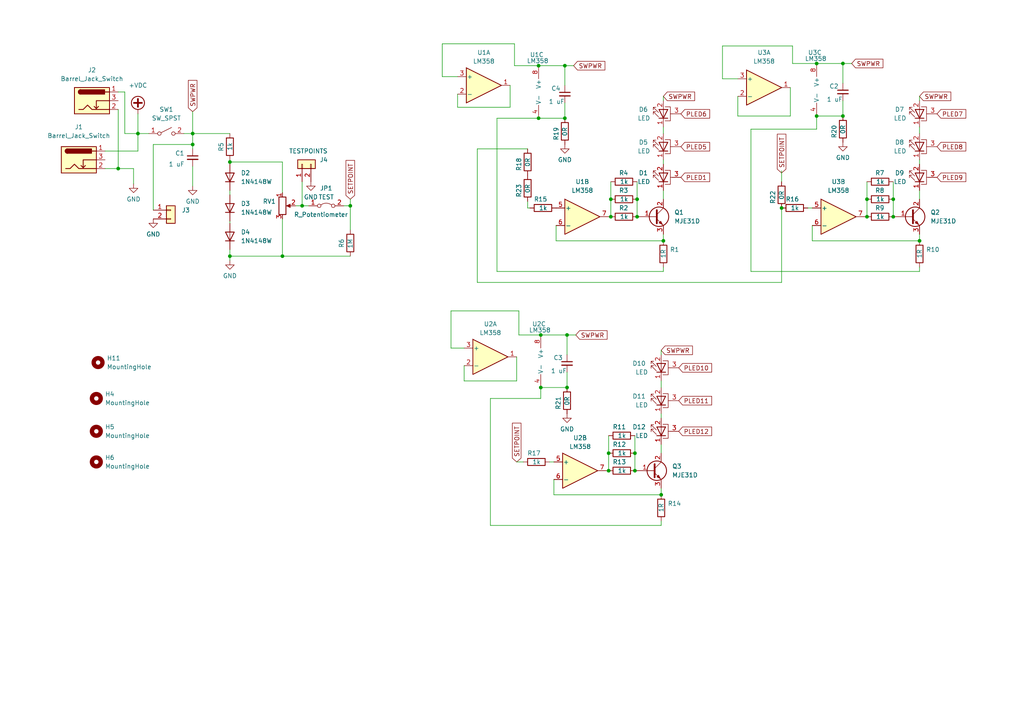
<source format=kicad_sch>
(kicad_sch (version 20230121) (generator eeschema)
  (paper "A4")
  (lib_symbols
    (symbol "Amplifier_Operational:LM358" (pin_names (offset 0.127))
      (property "Reference" "U" (at 0 5.08 0))
      (property "Value" "LM358" (at 0 -5.08 0))
      (symbol "LM358_1_1"
        (polyline (pts (xy -5.08 5.08) (xy 5.08 0) (xy -5.08 -5.08) (xy -5.08 5.08)) (stroke (width 0.254)) (fill (type background)))
        (pin output line (at 7.62 0 180) (length 2.54) (name "~") (number "1"))
        (pin input line (at -7.62 -2.54 0) (length 2.54) (name "-") (number "2"))
        (pin input line (at -7.62 2.54 0) (length 2.54) (name "+") (number "3"))
      )
      (symbol "LM358_2_1"
        (polyline (pts (xy -5.08 5.08) (xy 5.08 0) (xy -5.08 -5.08) (xy -5.08 5.08)) (stroke (width 0.254)) (fill (type background)))
        (pin input line (at -7.62 2.54 0) (length 2.54) (name "+") (number "5"))
        (pin input line (at -7.62 -2.54 0) (length 2.54) (name "-") (number "6"))
        (pin output line (at 7.62 0 180) (length 2.54) (name "~") (number "7"))
      )
      (symbol "LM358_3_1"
        (pin power_in line (at -2.54 -7.62 90) (length 3.81) (name "V-") (number "4"))
        (pin power_in line (at -2.54 7.62 270) (length 3.81) (name "V+") (number "8"))
      )
    )
    (symbol "Connector:Barrel_Jack_Switch" (pin_names hide)
      (property "Reference" "J" (at 0 5.334 0))
      (property "Value" "Barrel_Jack_Switch" (at 0 -5.08 0))
      (symbol "Barrel_Jack_Switch_0_1"
        (rectangle (start -5.08 3.81) (end 5.08 -3.81) (stroke (width 0.254)) (fill (type background)))
        (arc (start -3.302 3.175) (mid -3.9342 2.54) (end -3.302 1.905) (stroke (width 0.254)))
        (arc (start -3.302 3.175) (mid -3.9342 2.54) (end -3.302 1.905) (stroke (width 0.254)) (fill (type outline)))
        (polyline (pts (xy 1.27 -2.286) (xy 1.905 -1.651)) (stroke (width 0.254)))
        (polyline (pts (xy 5.08 2.54) (xy 3.81 2.54)) (stroke (width 0.254)))
        (polyline (pts (xy 5.08 0) (xy 1.27 0) (xy 1.27 -2.286) (xy 0.635 -1.651)) (stroke (width 0.254)))
        (polyline (pts (xy -3.81 -2.54) (xy -2.54 -2.54) (xy -1.27 -1.27) (xy 0 -2.54) (xy 2.54 -2.54) (xy 5.08 -2.54)) (stroke (width 0.254)))
        (rectangle (start 3.683 3.175) (end -3.302 1.905) (stroke (width 0.254)) (fill (type outline)))
      )
      (symbol "Barrel_Jack_Switch_1_1"
        (pin passive line (at 7.62 2.54 180) (length 2.54) (name "~") (number "1"))
        (pin passive line (at 7.62 -2.54 180) (length 2.54) (name "~") (number "2"))
        (pin passive line (at 7.62 0 180) (length 2.54) (name "~") (number "3"))
      )
    )
    (symbol "Connector_Generic:Conn_01x02" (pin_names (offset 1.016) hide)
      (property "Reference" "J" (at 0 2.54 0))
      (property "Value" "Conn_01x02" (at 0 -5.08 0))
      (symbol "Conn_01x02_1_1"
        (rectangle (start -1.27 -2.413) (end 0 -2.667) (stroke (width 0.1524)))
        (rectangle (start -1.27 0.127) (end 0 -0.127) (stroke (width 0.1524)))
        (rectangle (start -1.27 1.27) (end 1.27 -3.81) (stroke (width 0.254)) (fill (type background)))
        (pin passive line (at -5.08 0 0) (length 3.81) (name "Pin_1") (number "1"))
        (pin passive line (at -5.08 -2.54 0) (length 3.81) (name "Pin_2") (number "2"))
      )
    )
    (symbol "Device:C_Small" (pin_numbers hide) (pin_names (offset 0.254) hide)
      (property "Reference" "C" (at 0.254 1.778 0))
      (property "Value" "C_Small" (at 0.254 -2.032 0))
      (symbol "C_Small_0_1"
        (polyline (pts (xy -1.524 -0.508) (xy 1.524 -0.508)) (stroke (width 0.3302)))
        (polyline (pts (xy -1.524 0.508) (xy 1.524 0.508)) (stroke (width 0.3048)))
      )
      (symbol "C_Small_1_1"
        (pin passive line (at 0 2.54 270) (length 2.032) (name "~") (number "1"))
        (pin passive line (at 0 -2.54 90) (length 2.032) (name "~") (number "2"))
      )
    )
    (symbol "Device:LED_Pad" (pin_names (offset 1.016) hide)
      (property "Reference" "D" (at 0 5.715 0))
      (property "Value" "LED_Pad" (at 0 3.81 0))
      (symbol "LED_Pad_0_1"
        (polyline (pts (xy -1.27 -1.27) (xy -1.27 1.27)) (stroke (width 0.254)))
        (polyline (pts (xy -1.27 0) (xy 1.27 0)))
        (polyline (pts (xy 0 -2.54) (xy 0 -2.032)))
        (polyline (pts (xy -2.032 -0.508) (xy -2.032 -2.032) (xy 2.032 -2.032) (xy 2.032 -0.508)))
        (polyline (pts (xy 1.27 -1.27) (xy 1.27 1.27) (xy -1.27 0) (xy 1.27 -1.27)) (stroke (width 0.254)))
        (polyline (pts (xy -0.889 1.397) (xy 0.635 2.921) (xy -0.127 2.921) (xy 0.635 2.921) (xy 0.635 2.159)))
        (polyline (pts (xy 0.381 1.397) (xy 1.905 2.921) (xy 1.143 2.921) (xy 1.905 2.921) (xy 1.905 2.159)))
      )
      (symbol "LED_Pad_1_1"
        (pin passive line (at -3.81 0 0) (length 2.54) (name "K") (number "1"))
        (pin passive line (at 3.81 0 180) (length 2.54) (name "A") (number "2"))
        (pin passive line (at 0 -5.08 90) (length 2.54) (name "PAD") (number "3"))
      )
    )
    (symbol "Device:Q_NPN_BCE" (pin_names (offset 0) hide)
      (property "Reference" "Q" (at 5.08 1.27 0))
      (property "Value" "Q_NPN_BCE" (at 5.08 -1.27 0))
      (symbol "Q_NPN_BCE_0_1"
        (polyline (pts (xy 0.635 0.635) (xy 2.54 2.54)))
        (polyline (pts (xy 0.635 -0.635) (xy 2.54 -2.54) (xy 2.54 -2.54)))
        (polyline (pts (xy 0.635 1.905) (xy 0.635 -1.905) (xy 0.635 -1.905)) (stroke (width 0.508)))
        (polyline (pts (xy 1.27 -1.778) (xy 1.778 -1.27) (xy 2.286 -2.286) (xy 1.27 -1.778) (xy 1.27 -1.778)) (fill (type outline)))
        (circle (center 1.27 0) (radius 2.8194) (stroke (width 0.254)))
      )
      (symbol "Q_NPN_BCE_1_1"
        (pin input line (at -5.08 0 0) (length 5.715) (name "B") (number "1"))
        (pin passive line (at 2.54 5.08 270) (length 2.54) (name "C") (number "2"))
        (pin passive line (at 2.54 -5.08 90) (length 2.54) (name "E") (number "3"))
      )
    )
    (symbol "Device:R" (pin_numbers hide) (pin_names (offset 0))
      (property "Reference" "R" (at 2.032 0 90))
      (property "Value" "R" (at 0 0 90))
      (symbol "R_0_1"
        (rectangle (start -1.016 -2.54) (end 1.016 2.54) (stroke (width 0.254)))
      )
      (symbol "R_1_1"
        (pin passive line (at 0 3.81 270) (length 1.27) (name "~") (number "1"))
        (pin passive line (at 0 -3.81 90) (length 1.27) (name "~") (number "2"))
      )
    )
    (symbol "Device:R_Potentiometer" (pin_names (offset 1.016) hide)
      (property "Reference" "RV" (at -4.445 0 90))
      (property "Value" "R_Potentiometer" (at -2.54 0 90))
      (symbol "R_Potentiometer_0_1"
        (polyline (pts (xy 2.54 0) (xy 1.524 0)))
        (polyline (pts (xy 1.143 0) (xy 2.286 0.508) (xy 2.286 -0.508) (xy 1.143 0)) (fill (type outline)))
        (rectangle (start 1.016 2.54) (end -1.016 -2.54) (stroke (width 0.254)))
      )
      (symbol "R_Potentiometer_1_1"
        (pin passive line (at 0 3.81 270) (length 1.27) (name "1") (number "1"))
        (pin passive line (at 3.81 0 180) (length 1.27) (name "2") (number "2"))
        (pin passive line (at 0 -3.81 90) (length 1.27) (name "3") (number "3"))
      )
    )
    (symbol "Diode:1N4148W" (pin_numbers hide) (pin_names hide)
      (property "Reference" "D" (at 0 2.54 0))
      (property "Value" "1N4148W" (at 0 -2.54 0))
      (symbol "1N4148W_0_1"
        (polyline (pts (xy -1.27 1.27) (xy -1.27 -1.27)) (stroke (width 0.254)))
        (polyline (pts (xy 1.27 0) (xy -1.27 0)))
        (polyline (pts (xy 1.27 1.27) (xy 1.27 -1.27) (xy -1.27 0) (xy 1.27 1.27)) (stroke (width 0.254)))
      )
      (symbol "1N4148W_1_1"
        (pin passive line (at -3.81 0 0) (length 2.54) (name "K") (number "1"))
        (pin passive line (at 3.81 0 180) (length 2.54) (name "A") (number "2"))
      )
    )
    (symbol "Jumper:Jumper_2_Bridged" (pin_names (offset 0) hide)
      (property "Reference" "JP" (at 0 1.905 0))
      (property "Value" "Jumper_2_Bridged" (at 0 -2.54 0))
      (symbol "Jumper_2_Bridged_0_0"
        (circle (center -2.032 0) (radius 0.508))
        (circle (center 2.032 0) (radius 0.508))
      )
      (symbol "Jumper_2_Bridged_0_1"
        (arc (start 1.524 0.254) (mid 0 0.762) (end -1.524 0.254))
      )
      (symbol "Jumper_2_Bridged_1_1"
        (pin passive line (at -5.08 0 0) (length 2.54) (name "A") (number "1"))
        (pin passive line (at 5.08 0 180) (length 2.54) (name "B") (number "2"))
      )
    )
    (symbol "Mechanical:MountingHole" (pin_names (offset 1.016))
      (property "Reference" "H" (at 0 5.08 0))
      (property "Value" "MountingHole" (at 0 3.175 0))
      (symbol "MountingHole_0_1"
        (circle (center 0 0) (radius 1.27) (stroke (width 1.27)))
      )
    )
    (symbol "Switch:SW_SPST" (pin_names (offset 0) hide)
      (property "Reference" "SW" (at 0 3.175 0))
      (property "Value" "SW_SPST" (at 0 -2.54 0))
      (symbol "SW_SPST_0_0"
        (circle (center -2.032 0) (radius 0.508))
        (polyline (pts (xy -1.524 0.254) (xy 1.524 1.778)))
        (circle (center 2.032 0) (radius 0.508))
      )
      (symbol "SW_SPST_1_1"
        (pin passive line (at -5.08 0 0) (length 2.54) (name "A") (number "1"))
        (pin passive line (at 5.08 0 180) (length 2.54) (name "B") (number "2"))
      )
    )
    (symbol "power:+VDC" (power) (pin_names (offset 0))
      (property "Value" "+VDC" (at 0 6.35 0))
      (symbol "+VDC_0_1"
        (polyline (pts (xy -1.143 3.175) (xy 1.143 3.175)) (stroke (width 0.508)))
        (polyline (pts (xy 0 0) (xy 0 1.27)))
        (polyline (pts (xy 0 2.032) (xy 0 4.318)) (stroke (width 0.508)))
        (circle (center 0 3.175) (radius 1.905) (stroke (width 0.254)))
      )
      (symbol "+VDC_1_1"
        (pin power_in line (at 0 0 90) (length 0) hide (name "+VDC") (number "1"))
      )
    )
    (symbol "power:GND" (power) (pin_names (offset 0))
      (property "Value" "GND" (at 0 -3.81 0))
      (symbol "GND_0_1"
        (polyline (pts (xy 0 0) (xy 0 -1.27) (xy 1.27 -1.27) (xy 0 -2.54) (xy -1.27 -1.27) (xy 0 -1.27)))
      )
      (symbol "GND_1_1"
        (pin power_in line (at 0 0 270) (length 0) hide (name "GND") (number "1"))
      )
    )
  )
  (junction (at 66.675 46.99))
  (junction (at 55.88 41.91))
  (junction (at 81.915 74.295))
  (junction (at 66.675 74.295))
  (junction (at 184.785 57.785))
  (junction (at 184.15 131.445))
  (junction (at 40.005 38.735))
  (junction (at 34.29 48.895))
  (junction (at 156.845 97.155))
  (junction (at 184.785 62.865))
  (junction (at 226.695 60.325))
  (junction (at 244.475 18.415))
  (junction (at 156.21 19.05))
  (junction (at 236.855 18.415))
  (junction (at 177.165 62.865))
  (junction (at 251.46 57.785))
  (junction (at 192.405 69.85))
  (junction (at 176.53 136.525))
  (junction (at 156.845 112.395))
  (junction (at 184.15 136.525))
  (junction (at 236.855 33.655))
  (junction (at 163.83 34.29))
  (junction (at 191.77 143.51))
  (junction (at 244.475 33.655))
  (junction (at 266.7 69.85))
  (junction (at 251.46 62.865))
  (junction (at 259.08 57.785))
  (junction (at 164.465 97.155))
  (junction (at 101.6 59.69))
  (junction (at 177.165 57.785))
  (junction (at 156.21 34.29))
  (junction (at 55.88 38.735))
  (junction (at 163.83 19.05))
  (junction (at 164.465 112.395))
  (junction (at 259.08 62.865))
  (junction (at 87.63 59.69))
  (junction (at 176.53 131.445))
  (wire (pts (xy 167.005 97.155) (xy 164.465 97.155)))
  (wire (pts (xy 184.785 57.785) (xy 184.785 62.865)))
  (wire (pts (xy 266.7 36.83) (xy 266.7 38.735)))
  (wire (pts (xy 191.77 110.49) (xy 191.77 112.395)))
  (wire (pts (xy 138.43 43.18) (xy 153.035 43.18)))
  (wire (pts (xy 244.475 18.415) (xy 244.475 24.13)))
  (wire (pts (xy 192.405 69.85) (xy 192.405 67.945)))
  (wire (pts (xy 191.77 143.51) (xy 191.77 141.605)))
  (wire (pts (xy 101.6 59.69) (xy 99.695 59.69)))
  (wire (pts (xy 191.77 101.6) (xy 191.77 102.87)))
  (wire (pts (xy 266.7 27.94) (xy 266.7 29.21)))
  (wire (pts (xy 142.24 115.57) (xy 156.845 115.57)))
  (wire (pts (xy 163.83 29.845) (xy 163.83 34.29)))
  (wire (pts (xy 149.225 19.05) (xy 156.21 19.05)))
  (wire (pts (xy 164.465 107.95) (xy 164.465 112.395)))
  (wire (pts (xy 66.675 46.355) (xy 66.675 46.99)))
  (wire (pts (xy 191.77 151.13) (xy 191.77 152.4)))
  (wire (pts (xy 153.035 58.42) (xy 153.035 60.325)))
  (wire (pts (xy 159.385 133.985) (xy 160.655 133.985)))
  (wire (pts (xy 160.655 143.51) (xy 191.77 143.51)))
  (wire (pts (xy 266.7 77.47) (xy 266.7 78.74)))
  (wire (pts (xy 81.915 74.295) (xy 66.675 74.295)))
  (wire (pts (xy 132.715 31.115) (xy 132.715 27.305)))
  (wire (pts (xy 101.6 57.785) (xy 101.6 59.69)))
  (wire (pts (xy 87.63 52.705) (xy 87.63 59.69)))
  (wire (pts (xy 250.825 62.865) (xy 251.46 62.865)))
  (wire (pts (xy 175.895 136.525) (xy 176.53 136.525)))
  (wire (pts (xy 149.225 12.7) (xy 149.225 19.05)))
  (wire (pts (xy 266.7 46.355) (xy 266.7 47.625)))
  (wire (pts (xy 177.165 57.785) (xy 177.165 62.865)))
  (wire (pts (xy 191.77 120.015) (xy 191.77 121.285)))
  (wire (pts (xy 40.005 38.735) (xy 43.18 38.735)))
  (wire (pts (xy 163.83 19.05) (xy 163.83 24.765)))
  (wire (pts (xy 130.81 100.965) (xy 130.81 90.17)))
  (wire (pts (xy 66.675 46.99) (xy 66.675 47.625)))
  (wire (pts (xy 161.29 65.405) (xy 161.29 69.85)))
  (wire (pts (xy 147.955 31.115) (xy 132.715 31.115)))
  (wire (pts (xy 147.955 24.765) (xy 147.955 31.115)))
  (wire (pts (xy 36.195 38.735) (xy 40.005 38.735)))
  (wire (pts (xy 259.08 52.705) (xy 259.08 57.785)))
  (wire (pts (xy 266.7 55.245) (xy 266.7 57.785)))
  (wire (pts (xy 236.855 33.655) (xy 244.475 33.655)))
  (wire (pts (xy 150.495 90.17) (xy 150.495 97.155)))
  (wire (pts (xy 30.48 48.895) (xy 34.29 48.895)))
  (wire (pts (xy 55.88 38.735) (xy 55.88 41.91)))
  (wire (pts (xy 161.29 69.85) (xy 192.405 69.85)))
  (wire (pts (xy 128.27 22.225) (xy 128.27 12.7)))
  (wire (pts (xy 66.675 46.99) (xy 81.915 46.99)))
  (wire (pts (xy 130.81 100.965) (xy 134.62 100.965)))
  (wire (pts (xy 55.88 38.735) (xy 66.675 38.735)))
  (wire (pts (xy 34.29 31.75) (xy 34.29 48.895)))
  (wire (pts (xy 134.62 110.49) (xy 149.86 110.49)))
  (wire (pts (xy 55.88 32.385) (xy 55.88 38.735)))
  (wire (pts (xy 66.675 72.39) (xy 66.675 74.295)))
  (wire (pts (xy 156.845 112.395) (xy 164.465 112.395)))
  (wire (pts (xy 176.53 126.365) (xy 176.53 131.445)))
  (wire (pts (xy 235.585 65.405) (xy 235.585 69.85)))
  (wire (pts (xy 150.495 97.155) (xy 156.845 97.155)))
  (wire (pts (xy 101.6 66.675) (xy 101.6 59.69)))
  (wire (pts (xy 101.6 74.295) (xy 81.915 74.295)))
  (wire (pts (xy 176.53 131.445) (xy 176.53 136.525)))
  (wire (pts (xy 144.145 78.74) (xy 192.405 78.74)))
  (wire (pts (xy 226.695 49.53) (xy 226.695 52.705)))
  (wire (pts (xy 236.855 18.415) (xy 244.475 18.415)))
  (wire (pts (xy 87.63 59.69) (xy 85.725 59.69)))
  (wire (pts (xy 191.77 128.905) (xy 191.77 131.445)))
  (wire (pts (xy 34.29 26.67) (xy 36.195 26.67)))
  (wire (pts (xy 184.15 131.445) (xy 184.15 136.525)))
  (wire (pts (xy 53.34 38.735) (xy 55.88 38.735)))
  (wire (pts (xy 251.46 52.705) (xy 251.46 57.785)))
  (wire (pts (xy 164.465 97.155) (xy 164.465 102.87)))
  (wire (pts (xy 266.7 69.85) (xy 266.7 67.945)))
  (wire (pts (xy 66.675 74.295) (xy 66.675 75.565)))
  (wire (pts (xy 166.37 19.05) (xy 163.83 19.05)))
  (wire (pts (xy 36.195 26.67) (xy 36.195 38.735)))
  (wire (pts (xy 44.45 60.96) (xy 44.45 41.91)))
  (wire (pts (xy 40.005 43.815) (xy 30.48 43.815)))
  (wire (pts (xy 209.55 22.86) (xy 213.995 22.86)))
  (wire (pts (xy 229.87 18.415) (xy 236.855 18.415)))
  (wire (pts (xy 209.55 13.335) (xy 229.87 13.335)))
  (wire (pts (xy 259.08 57.785) (xy 259.08 62.865)))
  (wire (pts (xy 217.805 37.465) (xy 236.855 37.465)))
  (wire (pts (xy 192.405 77.47) (xy 192.405 78.74)))
  (wire (pts (xy 192.405 27.94) (xy 192.405 29.21)))
  (wire (pts (xy 81.915 46.99) (xy 81.915 55.88)))
  (wire (pts (xy 229.235 25.4) (xy 229.235 33.655)))
  (wire (pts (xy 156.21 34.29) (xy 163.83 34.29)))
  (wire (pts (xy 177.165 52.705) (xy 177.165 57.785)))
  (wire (pts (xy 55.88 48.26) (xy 55.88 53.975)))
  (wire (pts (xy 144.145 78.74) (xy 144.145 34.29)))
  (wire (pts (xy 34.29 48.895) (xy 38.735 48.895)))
  (wire (pts (xy 87.63 59.69) (xy 89.535 59.69)))
  (wire (pts (xy 234.315 60.325) (xy 235.585 60.325)))
  (wire (pts (xy 236.855 37.465) (xy 236.855 33.655)))
  (wire (pts (xy 247.015 18.415) (xy 244.475 18.415)))
  (wire (pts (xy 251.46 57.785) (xy 251.46 62.865)))
  (wire (pts (xy 226.695 81.915) (xy 138.43 81.915)))
  (wire (pts (xy 149.86 103.505) (xy 149.86 110.49)))
  (wire (pts (xy 266.7 78.74) (xy 217.805 78.74)))
  (wire (pts (xy 192.405 36.83) (xy 192.405 38.735)))
  (wire (pts (xy 156.845 112.395) (xy 156.845 115.57)))
  (wire (pts (xy 44.45 41.91) (xy 55.88 41.91)))
  (wire (pts (xy 81.915 63.5) (xy 81.915 74.295)))
  (wire (pts (xy 191.77 152.4) (xy 142.24 152.4)))
  (wire (pts (xy 235.585 69.85) (xy 266.7 69.85)))
  (wire (pts (xy 40.005 38.735) (xy 40.005 43.815)))
  (wire (pts (xy 40.005 33.02) (xy 40.005 38.735)))
  (wire (pts (xy 156.21 34.29) (xy 144.145 34.29)))
  (wire (pts (xy 192.405 46.355) (xy 192.405 47.625)))
  (wire (pts (xy 226.695 60.325) (xy 226.695 81.915)))
  (wire (pts (xy 66.675 64.135) (xy 66.675 64.77)))
  (wire (pts (xy 184.785 52.705) (xy 184.785 57.785)))
  (wire (pts (xy 134.62 106.045) (xy 134.62 110.49)))
  (wire (pts (xy 176.53 62.865) (xy 177.165 62.865)))
  (wire (pts (xy 184.15 126.365) (xy 184.15 131.445)))
  (wire (pts (xy 156.21 19.05) (xy 163.83 19.05)))
  (wire (pts (xy 160.655 139.065) (xy 160.655 143.51)))
  (wire (pts (xy 192.405 55.245) (xy 192.405 57.785)))
  (wire (pts (xy 128.27 12.7) (xy 149.225 12.7)))
  (wire (pts (xy 66.675 55.245) (xy 66.675 56.515)))
  (wire (pts (xy 142.24 115.57) (xy 142.24 152.4)))
  (wire (pts (xy 55.88 41.91) (xy 55.88 43.18)))
  (wire (pts (xy 38.735 53.34) (xy 38.735 48.895)))
  (wire (pts (xy 213.995 33.655) (xy 229.235 33.655)))
  (wire (pts (xy 138.43 43.18) (xy 138.43 81.915)))
  (wire (pts (xy 153.035 60.325) (xy 153.67 60.325)))
  (wire (pts (xy 229.87 13.335) (xy 229.87 18.415)))
  (wire (pts (xy 130.81 90.17) (xy 150.495 90.17)))
  (wire (pts (xy 217.805 78.74) (xy 217.805 37.465)))
  (wire (pts (xy 156.845 97.155) (xy 164.465 97.155)))
  (wire (pts (xy 128.27 22.225) (xy 132.715 22.225)))
  (wire (pts (xy 213.995 27.94) (xy 213.995 33.655)))
  (wire (pts (xy 244.475 29.21) (xy 244.475 33.655)))
  (wire (pts (xy 149.86 133.985) (xy 151.765 133.985)))
  (wire (pts (xy 209.55 22.86) (xy 209.55 13.335)))
  (global_label "PLED5" (shape input) (at 197.485 42.545 0) (property "Intersheetrefs" "${INTERSHEET_REFS}" (effects hide)))
  (global_label "PLED8" (shape input) (at 271.78 42.545 0) (property "Intersheetrefs" "${INTERSHEET_REFS}" (effects hide)))
  (global_label "PLED9" (shape input) (at 271.78 51.435 0) (property "Intersheetrefs" "${INTERSHEET_REFS}" (effects hide)))
  (global_label "PLED12" (shape input) (at 196.85 125.095 0) (property "Intersheetrefs" "${INTERSHEET_REFS}" (effects hide)))
  (global_label "SWPWR" (shape input) (at 55.88 32.385 90) (property "Intersheetrefs" "${INTERSHEET_REFS}" (effects hide)))
  (global_label "PLED7" (shape input) (at 271.78 33.02 0) (property "Intersheetrefs" "${INTERSHEET_REFS}" (effects hide)))
  (global_label "PLED1" (shape input) (at 197.485 51.435 0) (property "Intersheetrefs" "${INTERSHEET_REFS}" (effects hide)))
  (global_label "SETPOINT" (shape input) (at 149.86 133.985 90) (property "Intersheetrefs" "${INTERSHEET_REFS}" (effects hide)))
  (global_label "PLED11" (shape input) (at 196.85 116.205 0) (property "Intersheetrefs" "${INTERSHEET_REFS}" (effects hide)))
  (global_label "SETPOINT" (shape input) (at 226.695 50.165 90) (property "Intersheetrefs" "${INTERSHEET_REFS}" (effects hide)))
  (global_label "SWPWR" (shape input) (at 166.37 19.05 0) (property "Intersheetrefs" "${INTERSHEET_REFS}" (effects hide)))
  (global_label "PLED10" (shape input) (at 196.85 106.68 0) (property "Intersheetrefs" "${INTERSHEET_REFS}" (effects hide)))
  (global_label "SETPOINT" (shape input) (at 101.6 57.785 90) (property "Intersheetrefs" "${INTERSHEET_REFS}" (effects hide)))
  (global_label "SWPWR" (shape input) (at 167.005 97.155 0) (property "Intersheetrefs" "${INTERSHEET_REFS}" (effects hide)))
  (global_label "SWPWR" (shape input) (at 266.7 27.94 0) (property "Intersheetrefs" "${INTERSHEET_REFS}" (effects hide)))
  (global_label "SWPWR" (shape input) (at 191.77 101.6 0) (property "Intersheetrefs" "${INTERSHEET_REFS}" (effects hide)))
  (global_label "SWPWR" (shape input) (at 192.405 27.94 0) (property "Intersheetrefs" "${INTERSHEET_REFS}" (effects hide)))
  (global_label "PLED6" (shape input) (at 197.485 33.02 0) (property "Intersheetrefs" "${INTERSHEET_REFS}" (effects hide)))
  (global_label "SWPWR" (shape input) (at 247.015 18.415 0) (property "Intersheetrefs" "${INTERSHEET_REFS}" (effects hide)))
  (symbol (lib_id "Device:R") (at 244.475 37.465 180) (unit 1)
    (property "Reference" "R20" (at 241.935 36.195 90) (effects (justify left)))
    (property "Value" "0R" (at 244.475 36.195 90) (effects (justify left)))
    (property "Footprint" "Resistor_SMD:R_1206_3216Metric_Pad1.30x1.75mm_HandSolder" (effects hide))
    (property "LCSC" "C17888" (effects hide))
  )
  (symbol (lib_id "power:GND") (at 244.475 41.275 0) (unit 1)
    (property "Reference" "#PWR015" (effects hide))
    (property "Value" "GND" (at 244.475 45.72 0))
  )
  (symbol (lib_id "Device:R") (at 180.34 136.525 90) (unit 1)
    (property "Reference" "R13" (at 181.61 133.985 90) (effects (justify left)))
    (property "Value" "1k" (at 181.61 136.525 90) (effects (justify left)))
    (property "Footprint" "Resistor_SMD:R_1206_3216Metric_Pad1.30x1.75mm_HandSolder" (effects hide))
    (property "LCSC" "C4410" (effects hide))
  )
  (symbol (lib_id "Connector:Barrel_Jack_Switch") (at 22.86 46.355 0) (unit 1)
    (property "Reference" "J1" (at 22.86 36.83 0))
    (property "Value" "Barrel_Jack_Switch" (at 22.86 39.37 0))
    (property "Footprint" "Connector_BarrelJack:BarrelJack_Horizontal" (effects hide))
  )
  (symbol (lib_id "Device:R") (at 255.27 57.785 90) (unit 1)
    (property "Reference" "R8" (at 256.54 55.245 90) (effects (justify left)))
    (property "Value" "1k" (at 256.54 57.785 90) (effects (justify left)))
    (property "Footprint" "Resistor_SMD:R_1206_3216Metric_Pad1.30x1.75mm_HandSolder" (effects hide))
    (property "LCSC" "C4410" (effects hide))
  )
  (symbol (lib_id "Device:R") (at 180.34 131.445 90) (unit 1)
    (property "Reference" "R12" (at 181.61 128.905 90) (effects (justify left)))
    (property "Value" "1k" (at 181.61 131.445 90) (effects (justify left)))
    (property "Footprint" "Resistor_SMD:R_1206_3216Metric_Pad1.30x1.75mm_HandSolder" (effects hide))
    (property "LCSC" "C4410" (effects hide))
  )
  (symbol (lib_id "Switch:SW_SPST") (at 48.26 38.735 0) (unit 1)
    (property "Reference" "SW1" (at 48.26 31.75 0))
    (property "Value" "SW_SPST" (at 48.26 34.29 0))
    (property "Footprint" "TerminalBlock_Phoenix:TerminalBlock_Phoenix_MKDS-1,5-2-5.08_1x02_P5.08mm_Horizontal" (effects hide))
  )
  (symbol (lib_id "Device:C_Small") (at 164.465 105.41 0) (unit 1)
    (property "Reference" "C3" (at 160.528 103.759 0) (effects (justify left)))
    (property "Value" "1 uF" (at 159.766 107.569 0) (effects (justify left)))
    (property "Footprint" "Capacitor_SMD:C_0805_2012Metric_Pad1.18x1.45mm_HandSolder" (effects hide))
    (property "LCSC" "C28323" (effects hide))
  )
  (symbol (lib_id "Device:LED_Pad") (at 192.405 51.435 90) (unit 1)
    (property "Reference" "D1" (at 187.96 50.165 90) (effects (justify left)))
    (property "Value" "LED" (at 188.595 52.705 90) (effects (justify left)))
    (property "Footprint" "LED_SMD:LED_1W_3W_R8" (effects hide))
  )
  (symbol (lib_id "Device:LED_Pad") (at 191.77 116.205 90) (unit 1)
    (property "Reference" "D11" (at 187.325 114.935 90) (effects (justify left)))
    (property "Value" "LED" (at 187.96 117.475 90) (effects (justify left)))
    (property "Footprint" "LED_SMD:LED_1W_3W_R8" (effects hide))
  )
  (symbol (lib_id "Connector_Generic:Conn_01x02") (at 87.63 47.625 90) (unit 1)
    (property "Reference" "J4" (at 92.71 46.355 90) (effects (justify right)))
    (property "Value" "TESTPOINTS" (at 83.82 43.815 90) (effects (justify right)))
    (property "Footprint" "Connector_PinHeader_2.54mm:PinHeader_1x02_P2.54mm_Vertical" (effects hide))
  )
  (symbol (lib_id "Device:R") (at 180.975 57.785 90) (unit 1)
    (property "Reference" "R3" (at 182.245 55.245 90) (effects (justify left)))
    (property "Value" "1k" (at 182.245 57.785 90) (effects (justify left)))
    (property "Footprint" "Resistor_SMD:R_1206_3216Metric_Pad1.30x1.75mm_HandSolder" (effects hide))
    (property "LCSC" "C4410" (effects hide))
  )
  (symbol (lib_id "Device:LED_Pad") (at 266.7 51.435 90) (unit 1)
    (property "Reference" "D9" (at 262.255 50.165 90) (effects (justify left)))
    (property "Value" "LED" (at 262.89 52.705 90) (effects (justify left)))
    (property "Footprint" "LED_SMD:LED_1W_3W_R8" (effects hide))
  )
  (symbol (lib_id "Device:R") (at 155.575 133.985 90) (unit 1)
    (property "Reference" "R17" (at 156.845 131.445 90) (effects (justify left)))
    (property "Value" "1k" (at 156.845 133.985 90) (effects (justify left)))
    (property "Footprint" "Resistor_SMD:R_1206_3216Metric_Pad1.30x1.75mm_HandSolder" (effects hide))
    (property "LCSC" "C4410" (effects hide))
  )
  (symbol (lib_id "Connector:Barrel_Jack_Switch") (at 26.67 29.21 0) (unit 1)
    (property "Reference" "J2" (at 26.67 20.32 0))
    (property "Value" "Barrel_Jack_Switch" (at 26.67 22.86 0))
    (property "Footprint" "Connector_BarrelJack:BarrelJack_Horizontal" (effects hide))
  )
  (symbol (lib_id "Device:R") (at 191.77 147.32 0) (unit 1)
    (property "Reference" "R14" (at 193.675 146.05 0) (effects (justify left)))
    (property "Value" "1R" (at 191.77 148.59 90) (effects (justify left)))
    (property "Footprint" "Resistor_SMD:R_2512_6332Metric_Pad1.40x3.35mm_HandSolder" (effects hide))
    (property "LCSC" "C876259" (effects hide))
  )
  (symbol (lib_id "Device:C_Small") (at 244.475 26.67 0) (unit 1)
    (property "Reference" "C2" (at 240.538 25.019 0) (effects (justify left)))
    (property "Value" "1 uF" (at 239.776 28.829 0) (effects (justify left)))
    (property "Footprint" "Capacitor_SMD:C_0805_2012Metric_Pad1.18x1.45mm_HandSolder" (effects hide))
    (property "LCSC" "C28323" (effects hide))
  )
  (symbol (lib_id "Diode:1N4148W") (at 66.675 60.325 90) (unit 1)
    (property "Reference" "D3" (at 69.85 59.055 90) (effects (justify right)))
    (property "Value" "1N4148W" (at 69.85 61.595 90) (effects (justify right)))
    (property "Footprint" "Diode_SMD:D_SOD-123" (effects hide))
    (property "Datasheet" "https://www.vishay.com/docs/85748/1n4148w.pdf" (effects hide))
    (property "Sim.Device" "D" (effects hide))
    (property "Sim.Pins" "1=K 2=A" (effects hide))
    (property "LCSC" "C2099" (effects hide))
  )
  (symbol (lib_id "Device:LED_Pad") (at 266.7 42.545 90) (unit 1)
    (property "Reference" "D8" (at 262.255 41.275 90) (effects (justify left)))
    (property "Value" "LED" (at 262.89 43.815 90) (effects (justify left)))
    (property "Footprint" "LED_SMD:LED_1W_3W_R8" (effects hide))
  )
  (symbol (lib_id "Amplifier_Operational:LM358") (at 243.205 62.865 0) (unit 2)
    (property "Reference" "U3" (at 243.205 52.705 0))
    (property "Value" "LM358" (at 243.205 55.245 0))
    (property "Footprint" "Package_SO:SOIC-8_3.9x4.9mm_P1.27mm" (effects hide))
    (property "Datasheet" "http://www.ti.com/lit/ds/symlink/lm2904-n.pdf" (effects hide))
    (property "LCSC" "C7950" (effects hide))
  )
  (symbol (lib_id "power:GND") (at 55.88 53.975 0) (unit 1)
    (property "Reference" "#PWR0107" (effects hide))
    (property "Value" "GND" (at 55.88 58.42 0))
  )
  (symbol (lib_id "Device:R") (at 180.34 126.365 90) (unit 1)
    (property "Reference" "R11" (at 181.61 123.825 90) (effects (justify left)))
    (property "Value" "1k" (at 181.61 126.365 90) (effects (justify left)))
    (property "Footprint" "Resistor_SMD:R_1206_3216Metric_Pad1.30x1.75mm_HandSolder" (effects hide))
    (property "LCSC" "C4410" (effects hide))
  )
  (symbol (lib_id "Device:R") (at 164.465 116.205 180) (unit 1)
    (property "Reference" "R21" (at 161.925 114.935 90) (effects (justify left)))
    (property "Value" "0R" (at 164.465 114.935 90) (effects (justify left)))
    (property "Footprint" "Resistor_SMD:R_1206_3216Metric_Pad1.30x1.75mm_HandSolder" (effects hide))
    (property "LCSC" "C17888" (effects hide))
  )
  (symbol (lib_id "Amplifier_Operational:LM358") (at 140.335 24.765 0) (unit 1)
    (property "Reference" "U1" (at 140.335 15.24 0))
    (property "Value" "LM358" (at 140.335 17.78 0))
    (property "Footprint" "Package_SO:SOIC-8_3.9x4.9mm_P1.27mm" (effects hide))
    (property "Datasheet" "http://www.ti.com/lit/ds/symlink/lm2904-n.pdf" (effects hide))
    (property "LCSC" "C7950" (effects hide))
  )
  (symbol (lib_id "Device:Q_NPN_BCE") (at 189.23 136.525 0) (unit 1)
    (property "Reference" "Q3" (at 194.945 135.255 0) (effects (justify left)))
    (property "Value" "MJE31D" (at 194.945 137.795 0) (effects (justify left)))
    (property "Footprint" "Package_TO_SOT_SMD:TO-252-3_TabPin2" (effects hide))
    (property "LCSC" "C27596" (effects hide))
  )
  (symbol (lib_id "Amplifier_Operational:LM358") (at 168.91 62.865 0) (unit 2)
    (property "Reference" "U1" (at 168.91 52.705 0))
    (property "Value" "LM358" (at 168.91 55.245 0))
    (property "Footprint" "Package_SO:SOIC-8_3.9x4.9mm_P1.27mm" (effects hide))
    (property "Datasheet" "http://www.ti.com/lit/ds/symlink/lm2904-n.pdf" (effects hide))
    (property "LCSC" "C7950" (effects hide))
  )
  (symbol (lib_id "Device:LED_Pad") (at 266.7 33.02 90) (unit 1)
    (property "Reference" "D7" (at 262.255 31.75 90) (effects (justify left)))
    (property "Value" "LED" (at 262.89 34.29 90) (effects (justify left)))
    (property "Footprint" "LED_SMD:LED_1W_3W_R8" (effects hide))
  )
  (symbol (lib_id "Device:Q_NPN_BCE") (at 189.865 62.865 0) (unit 1)
    (property "Reference" "Q1" (at 195.58 61.595 0) (effects (justify left)))
    (property "Value" "MJE31D" (at 195.58 64.135 0) (effects (justify left)))
    (property "Footprint" "Package_TO_SOT_SMD:TO-252-3_TabPin2" (effects hide))
    (property "LCSC" "C27596" (effects hide))
  )
  (symbol (lib_id "power:GND") (at 38.735 53.34 0) (unit 1)
    (property "Reference" "#PWR0108" (effects hide))
    (property "Value" "GND" (at 38.735 57.785 0))
  )
  (symbol (lib_id "Device:R") (at 266.7 73.66 0) (unit 1)
    (property "Reference" "R10" (at 268.605 72.39 0) (effects (justify left)))
    (property "Value" "1R" (at 266.7 74.93 90) (effects (justify left)))
    (property "Footprint" "Resistor_SMD:R_2512_6332Metric_Pad1.40x3.35mm_HandSolder" (effects hide))
    (property "LCSC" "C876259" (effects hide))
  )
  (symbol (lib_id "Mechanical:MountingHole") (at 27.94 133.985 0) (unit 1)
    (property "Reference" "H6" (at 30.48 132.7149 0) (effects (justify left)))
    (property "Value" "MountingHole" (at 30.48 135.2549 0) (effects (justify left)))
    (property "Footprint" "MountingHole:MountingHole_4mm" (effects hide))
  )
  (symbol (lib_id "Amplifier_Operational:LM358") (at 142.24 103.505 0) (unit 1)
    (property "Reference" "U2" (at 142.24 93.98 0))
    (property "Value" "LM358" (at 142.24 96.52 0))
    (property "Footprint" "Package_SO:SOIC-8_3.9x4.9mm_P1.27mm" (effects hide))
    (property "Datasheet" "http://www.ti.com/lit/ds/symlink/lm2904-n.pdf" (effects hide))
    (property "LCSC" "C7950" (effects hide))
  )
  (symbol (lib_id "Amplifier_Operational:LM358") (at 159.385 104.775 0) (unit 3)
    (property "Reference" "U2" (at 156.337 93.98 0))
    (property "Value" "LM358" (at 156.591 95.758 0))
    (property "Footprint" "Package_SO:SOIC-8_3.9x4.9mm_P1.27mm" (effects hide))
    (property "Datasheet" "http://www.ti.com/lit/ds/symlink/lm2904-n.pdf" (effects hide))
    (property "LCSC" "C7950" (effects hide))
  )
  (symbol (lib_id "Jumper:Jumper_2_Bridged") (at 94.615 59.69 0) (unit 1)
    (property "Reference" "JP1" (at 94.615 54.61 0))
    (property "Value" "TEST" (at 94.615 57.15 0))
    (property "Footprint" "Connector_PinHeader_2.54mm:PinHeader_1x02_P2.54mm_Vertical" (effects hide))
  )
  (symbol (lib_id "Device:LED_Pad") (at 192.405 42.545 90) (unit 1)
    (property "Reference" "D5" (at 187.96 41.275 90) (effects (justify left)))
    (property "Value" "LED" (at 188.595 43.815 90) (effects (justify left)))
    (property "Footprint" "LED_SMD:LED_1W_3W_R8" (effects hide))
  )
  (symbol (lib_id "Device:Q_NPN_BCE") (at 264.16 62.865 0) (unit 1)
    (property "Reference" "Q2" (at 269.875 61.595 0) (effects (justify left)))
    (property "Value" "MJE31D" (at 269.875 64.135 0) (effects (justify left)))
    (property "Footprint" "Package_TO_SOT_SMD:TO-252-3_TabPin2" (effects hide))
    (property "LCSC" "C27596" (effects hide))
  )
  (symbol (lib_id "power:GND") (at 90.17 52.705 0) (unit 1)
    (property "Reference" "#PWR08" (effects hide))
    (property "Value" "GND" (at 90.17 57.15 0))
  )
  (symbol (lib_id "power:+VDC") (at 40.005 33.02 0) (unit 1)
    (property "Reference" "#PWR0106" (effects hide))
    (property "Value" "+VDC" (at 40.005 24.765 0))
  )
  (symbol (lib_id "Diode:1N4148W") (at 66.675 68.58 90) (unit 1)
    (property "Reference" "D4" (at 69.85 67.31 90) (effects (justify right)))
    (property "Value" "1N4148W" (at 69.85 69.85 90) (effects (justify right)))
    (property "Footprint" "Diode_SMD:D_SOD-123" (effects hide))
    (property "Datasheet" "https://www.vishay.com/docs/85748/1n4148w.pdf" (effects hide))
    (property "Sim.Device" "D" (effects hide))
    (property "Sim.Pins" "1=K 2=A" (effects hide))
    (property "LCSC" "C2099" (effects hide))
  )
  (symbol (lib_id "Device:R_Potentiometer") (at 81.915 59.69 0) (unit 1)
    (property "Reference" "RV1" (at 80.01 58.42 0) (effects (justify right)))
    (property "Value" "R_Potentiometer" (at 100.965 62.23 0) (effects (justify right)))
    (property "Footprint" "Potentiometer_THT:Potentiometer_Bourns_3296W_Vertical" (effects hide))
  )
  (symbol (lib_id "Amplifier_Operational:LM358") (at 168.275 136.525 0) (unit 2)
    (property "Reference" "U2" (at 168.275 127 0))
    (property "Value" "LM358" (at 168.275 129.54 0))
    (property "Footprint" "Package_SO:SOIC-8_3.9x4.9mm_P1.27mm" (effects hide))
    (property "Datasheet" "http://www.ti.com/lit/ds/symlink/lm2904-n.pdf" (effects hide))
    (property "LCSC" "C7950" (effects hide))
  )
  (symbol (lib_id "Device:R") (at 255.27 52.705 90) (unit 1)
    (property "Reference" "R7" (at 256.54 50.165 90) (effects (justify left)))
    (property "Value" "1k" (at 256.54 52.705 90) (effects (justify left)))
    (property "Footprint" "Resistor_SMD:R_1206_3216Metric_Pad1.30x1.75mm_HandSolder" (effects hide))
    (property "LCSC" "C4410" (effects hide))
  )
  (symbol (lib_id "power:GND") (at 164.465 120.015 0) (unit 1)
    (property "Reference" "#PWR03" (effects hide))
    (property "Value" "GND" (at 164.465 124.46 0))
  )
  (symbol (lib_id "power:GND") (at 66.675 75.565 0) (unit 1)
    (property "Reference" "#PWR06" (effects hide))
    (property "Value" "GND" (at 66.675 80.01 0))
  )
  (symbol (lib_id "Device:R") (at 66.675 42.545 180) (unit 1)
    (property "Reference" "R5" (at 64.135 41.275 90) (effects (justify left)))
    (property "Value" "1k" (at 66.675 41.275 90) (effects (justify left)))
    (property "Footprint" "Resistor_SMD:R_1206_3216Metric_Pad1.30x1.75mm_HandSolder" (effects hide))
    (property "LCSC" "C4410" (effects hide))
  )
  (symbol (lib_id "Device:R") (at 255.27 62.865 90) (unit 1)
    (property "Reference" "R9" (at 256.54 60.325 90) (effects (justify left)))
    (property "Value" "1k" (at 256.54 62.865 90) (effects (justify left)))
    (property "Footprint" "Resistor_SMD:R_1206_3216Metric_Pad1.30x1.75mm_HandSolder" (effects hide))
    (property "LCSC" "C4410" (effects hide))
  )
  (symbol (lib_id "Device:C_Small") (at 163.83 27.305 0) (unit 1)
    (property "Reference" "C4" (at 159.893 25.654 0) (effects (justify left)))
    (property "Value" "1 uF" (at 159.131 29.464 0) (effects (justify left)))
    (property "Footprint" "Capacitor_SMD:C_0805_2012Metric_Pad1.18x1.45mm_HandSolder" (effects hide))
    (property "LCSC" "C28323" (effects hide))
  )
  (symbol (lib_id "power:GND") (at 44.45 63.5 0) (unit 1)
    (property "Reference" "#PWR0109" (effects hide))
    (property "Value" "GND" (at 44.45 67.945 0))
  )
  (symbol (lib_id "Amplifier_Operational:LM358") (at 158.75 26.67 0) (unit 3)
    (property "Reference" "U1" (at 155.702 15.875 0))
    (property "Value" "LM358" (at 155.956 17.653 0))
    (property "Footprint" "Package_SO:SOIC-8_3.9x4.9mm_P1.27mm" (effects hide))
    (property "Datasheet" "http://www.ti.com/lit/ds/symlink/lm2904-n.pdf" (effects hide))
    (property "LCSC" "C7950" (effects hide))
  )
  (symbol (lib_id "Device:C_Small") (at 55.88 45.72 0) (unit 1)
    (property "Reference" "C1" (at 50.8 44.45 0) (effects (justify left)))
    (property "Value" "1 uF" (at 48.895 47.625 0) (effects (justify left)))
    (property "Footprint" "Capacitor_SMD:C_0805_2012Metric_Pad1.18x1.45mm_HandSolder" (effects hide))
    (property "LCSC" "C28323" (effects hide))
  )
  (symbol (lib_id "Mechanical:MountingHole") (at 27.94 125.095 0) (unit 1)
    (property "Reference" "H5" (at 30.48 123.8249 0) (effects (justify left)))
    (property "Value" "MountingHole" (at 30.48 126.3649 0) (effects (justify left)))
    (property "Footprint" "MountingHole:MountingHole_4mm" (effects hide))
  )
  (symbol (lib_id "Device:LED_Pad") (at 192.405 33.02 90) (unit 1)
    (property "Reference" "D6" (at 187.96 31.75 90) (effects (justify left)))
    (property "Value" "LED" (at 188.595 34.29 90) (effects (justify left)))
    (property "Footprint" "LED_SMD:LED_1W_3W_R8" (effects hide))
  )
  (symbol (lib_id "Diode:1N4148W") (at 66.675 51.435 90) (unit 1)
    (property "Reference" "D2" (at 69.85 50.165 90) (effects (justify right)))
    (property "Value" "1N4148W" (at 69.85 52.705 90) (effects (justify right)))
    (property "Footprint" "Diode_SMD:D_SOD-123" (effects hide))
    (property "Datasheet" "https://www.vishay.com/docs/85748/1n4148w.pdf" (effects hide))
    (property "Sim.Device" "D" (effects hide))
    (property "Sim.Pins" "1=K 2=A" (effects hide))
    (property "LCSC" "C2099" (effects hide))
  )
  (symbol (lib_id "Device:R") (at 226.695 56.515 180) (unit 1)
    (property "Reference" "R22" (at 224.155 55.245 90) (effects (justify left)))
    (property "Value" "0R" (at 226.695 55.245 90) (effects (justify left)))
    (property "Footprint" "Resistor_SMD:R_1206_3216Metric_Pad1.30x1.75mm_HandSolder" (effects hide))
    (property "LCSC" "C17888" (effects hide))
  )
  (symbol (lib_id "Device:R") (at 180.975 62.865 90) (unit 1)
    (property "Reference" "R2" (at 182.245 60.325 90) (effects (justify left)))
    (property "Value" "1k" (at 182.245 62.865 90) (effects (justify left)))
    (property "Footprint" "Resistor_SMD:R_1206_3216Metric_Pad1.30x1.75mm_HandSolder" (effects hide))
    (property "LCSC" "C4410" (effects hide))
  )
  (symbol (lib_id "Connector_Generic:Conn_01x02") (at 49.53 60.96 0) (unit 1)
    (property "Reference" "J3" (at 52.705 60.9599 0) (effects (justify left)))
    (property "Value" "Conn_01x02" (effects hide))
    (property "Footprint" "TerminalBlock_Phoenix:TerminalBlock_Phoenix_MKDS-1,5-2-5.08_1x02_P5.08mm_Horizontal" (effects hide))
  )
  (symbol (lib_id "Device:R") (at 180.975 52.705 90) (unit 1)
    (property "Reference" "R4" (at 182.245 50.165 90) (effects (justify left)))
    (property "Value" "1k" (at 182.245 52.705 90) (effects (justify left)))
    (property "Footprint" "Resistor_SMD:R_1206_3216Metric_Pad1.30x1.75mm_HandSolder" (effects hide))
    (property "LCSC" "C4410" (effects hide))
  )
  (symbol (lib_id "Device:R") (at 157.48 60.325 90) (unit 1)
    (property "Reference" "R15" (at 158.75 57.785 90) (effects (justify left)))
    (property "Value" "1k" (at 158.75 60.325 90) (effects (justify left)))
    (property "Footprint" "Resistor_SMD:R_1206_3216Metric_Pad1.30x1.75mm_HandSolder" (effects hide))
    (property "LCSC" "C4410" (effects hide))
  )
  (symbol (lib_id "Mechanical:MountingHole") (at 27.94 115.57 0) (unit 1)
    (property "Reference" "H4" (at 30.48 114.2999 0) (effects (justify left)))
    (property "Value" "MountingHole" (at 30.48 116.8399 0) (effects (justify left)))
    (property "Footprint" "MountingHole:MountingHole_4mm" (effects hide))
  )
  (symbol (lib_id "Device:R") (at 101.6 70.485 180) (unit 1)
    (property "Reference" "R6" (at 99.06 69.215 90) (effects (justify left)))
    (property "Value" "1M" (at 101.6 69.215 90) (effects (justify left)))
    (property "Footprint" "Resistor_SMD:R_0805_2012Metric_Pad1.20x1.40mm_HandSolder" (effects hide))
    (property "LCSC" "C17514" (effects hide))
  )
  (symbol (lib_id "Device:LED_Pad") (at 191.77 125.095 90) (unit 1)
    (property "Reference" "D12" (at 187.325 123.825 90) (effects (justify left)))
    (property "Value" "LED" (at 187.96 126.365 90) (effects (justify left)))
    (property "Footprint" "LED_SMD:LED_1W_3W_R8" (effects hide))
  )
  (symbol (lib_id "Device:LED_Pad") (at 191.77 106.68 90) (unit 1)
    (property "Reference" "D10" (at 187.325 105.41 90) (effects (justify left)))
    (property "Value" "LED" (at 187.96 107.95 90) (effects (justify left)))
    (property "Footprint" "LED_SMD:LED_1W_3W_R8" (effects hide))
  )
  (symbol (lib_id "Device:R") (at 192.405 73.66 0) (unit 1)
    (property "Reference" "R1" (at 194.31 72.39 0) (effects (justify left)))
    (property "Value" "1R" (at 192.405 74.93 90) (effects (justify left)))
    (property "Footprint" "Resistor_SMD:R_2512_6332Metric_Pad1.40x3.35mm_HandSolder" (effects hide))
    (property "LCSC" "C876259" (effects hide))
  )
  (symbol (lib_id "Device:R") (at 230.505 60.325 90) (unit 1)
    (property "Reference" "R16" (at 231.775 57.785 90) (effects (justify left)))
    (property "Value" "1k" (at 231.775 60.325 90) (effects (justify left)))
    (property "Footprint" "Resistor_SMD:R_1206_3216Metric_Pad1.30x1.75mm_HandSolder" (effects hide))
    (property "LCSC" "C4410" (effects hide))
  )
  (symbol (lib_id "Device:R") (at 163.83 38.1 180) (unit 1)
    (property "Reference" "R19" (at 161.29 36.83 90) (effects (justify left)))
    (property "Value" "0R" (at 163.83 36.83 90) (effects (justify left)))
    (property "Footprint" "Resistor_SMD:R_1206_3216Metric_Pad1.30x1.75mm_HandSolder" (effects hide))
    (property "LCSC" "C17888" (effects hide))
  )
  (symbol (lib_id "Mechanical:MountingHole") (at 28.448 105.156 0) (unit 1)
    (property "Reference" "H11" (at 30.988 103.8859 0) (effects (justify left)))
    (property "Value" "MountingHole" (at 30.988 106.4259 0) (effects (justify left)))
    (property "Footprint" "MountingHole:MountingHole_4mm" (effects hide))
  )
  (symbol (lib_id "Amplifier_Operational:LM358") (at 239.395 26.035 0) (unit 3)
    (property "Reference" "U3" (at 236.347 15.24 0))
    (property "Value" "LM358" (at 236.601 17.018 0))
    (property "Footprint" "Package_SO:SOIC-8_3.9x4.9mm_P1.27mm" (effects hide))
    (property "Datasheet" "http://www.ti.com/lit/ds/symlink/lm2904-n.pdf" (effects hide))
    (property "LCSC" "C7950" (effects hide))
  )
  (symbol (lib_id "Device:R") (at 153.035 46.99 180) (unit 1)
    (property "Reference" "R18" (at 150.495 45.72 90) (effects (justify left)))
    (property "Value" "0R" (at 153.035 45.72 90) (effects (justify left)))
    (property "Footprint" "Resistor_SMD:R_1206_3216Metric_Pad1.30x1.75mm_HandSolder" (effects hide))
    (property "LCSC" "C17888" (effects hide))
  )
  (symbol (lib_id "Device:R") (at 153.035 54.61 180) (unit 1)
    (property "Reference" "R23" (at 150.495 53.34 90) (effects (justify left)))
    (property "Value" "0R" (at 153.035 53.34 90) (effects (justify left)))
    (property "Footprint" "Resistor_SMD:R_1206_3216Metric_Pad1.30x1.75mm_HandSolder" (effects hide))
    (property "LCSC" "C17888" (effects hide))
  )
  (symbol (lib_id "power:GND") (at 163.83 41.91 0) (unit 1)
    (property "Reference" "#PWR01" (effects hide))
    (property "Value" "GND" (at 163.83 46.355 0))
  )
  (symbol (lib_id "Amplifier_Operational:LM358") (at 221.615 25.4 0) (unit 1)
    (property "Reference" "U3" (at 221.615 15.24 0))
    (property "Value" "LM358" (at 221.615 17.78 0))
    (property "Footprint" "Package_SO:SOIC-8_3.9x4.9mm_P1.27mm" (effects hide))
    (property "Datasheet" "http://www.ti.com/lit/ds/symlink/lm2904-n.pdf" (effects hide))
    (property "LCSC" "C7950" (effects hide))
  )
)
</source>
